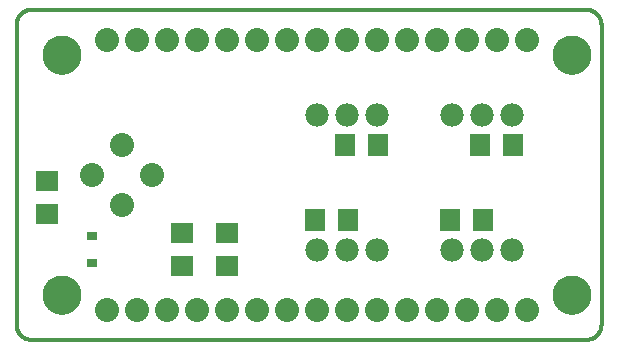
<source format=gts>
G75*
%MOIN*%
%OFA0B0*%
%FSLAX25Y25*%
%IPPOS*%
%LPD*%
%AMOC8*
5,1,8,0,0,1.08239X$1,22.5*
%
%ADD10C,0.01200*%
%ADD11R,0.03668X0.02880*%
%ADD12C,0.07800*%
%ADD13R,0.07487X0.06699*%
%ADD14R,0.06699X0.07487*%
%ADD15C,0.08000*%
%ADD16C,0.00000*%
%ADD17C,0.12998*%
D10*
X0032600Y0017600D02*
X0217600Y0017600D01*
X0217740Y0017602D01*
X0217880Y0017608D01*
X0218020Y0017618D01*
X0218160Y0017631D01*
X0218299Y0017649D01*
X0218438Y0017671D01*
X0218575Y0017696D01*
X0218713Y0017725D01*
X0218849Y0017758D01*
X0218984Y0017795D01*
X0219118Y0017836D01*
X0219251Y0017881D01*
X0219383Y0017929D01*
X0219513Y0017981D01*
X0219642Y0018036D01*
X0219769Y0018095D01*
X0219895Y0018158D01*
X0220019Y0018224D01*
X0220140Y0018293D01*
X0220260Y0018366D01*
X0220378Y0018443D01*
X0220493Y0018522D01*
X0220607Y0018605D01*
X0220717Y0018691D01*
X0220826Y0018780D01*
X0220932Y0018872D01*
X0221035Y0018967D01*
X0221136Y0019064D01*
X0221233Y0019165D01*
X0221328Y0019268D01*
X0221420Y0019374D01*
X0221509Y0019483D01*
X0221595Y0019593D01*
X0221678Y0019707D01*
X0221757Y0019822D01*
X0221834Y0019940D01*
X0221907Y0020060D01*
X0221976Y0020181D01*
X0222042Y0020305D01*
X0222105Y0020431D01*
X0222164Y0020558D01*
X0222219Y0020687D01*
X0222271Y0020817D01*
X0222319Y0020949D01*
X0222364Y0021082D01*
X0222405Y0021216D01*
X0222442Y0021351D01*
X0222475Y0021487D01*
X0222504Y0021625D01*
X0222529Y0021762D01*
X0222551Y0021901D01*
X0222569Y0022040D01*
X0222582Y0022180D01*
X0222592Y0022320D01*
X0222598Y0022460D01*
X0222600Y0022600D01*
X0222600Y0122600D01*
X0222598Y0122740D01*
X0222592Y0122880D01*
X0222582Y0123020D01*
X0222569Y0123160D01*
X0222551Y0123299D01*
X0222529Y0123438D01*
X0222504Y0123575D01*
X0222475Y0123713D01*
X0222442Y0123849D01*
X0222405Y0123984D01*
X0222364Y0124118D01*
X0222319Y0124251D01*
X0222271Y0124383D01*
X0222219Y0124513D01*
X0222164Y0124642D01*
X0222105Y0124769D01*
X0222042Y0124895D01*
X0221976Y0125019D01*
X0221907Y0125140D01*
X0221834Y0125260D01*
X0221757Y0125378D01*
X0221678Y0125493D01*
X0221595Y0125607D01*
X0221509Y0125717D01*
X0221420Y0125826D01*
X0221328Y0125932D01*
X0221233Y0126035D01*
X0221136Y0126136D01*
X0221035Y0126233D01*
X0220932Y0126328D01*
X0220826Y0126420D01*
X0220717Y0126509D01*
X0220607Y0126595D01*
X0220493Y0126678D01*
X0220378Y0126757D01*
X0220260Y0126834D01*
X0220140Y0126907D01*
X0220019Y0126976D01*
X0219895Y0127042D01*
X0219769Y0127105D01*
X0219642Y0127164D01*
X0219513Y0127219D01*
X0219383Y0127271D01*
X0219251Y0127319D01*
X0219118Y0127364D01*
X0218984Y0127405D01*
X0218849Y0127442D01*
X0218713Y0127475D01*
X0218575Y0127504D01*
X0218438Y0127529D01*
X0218299Y0127551D01*
X0218160Y0127569D01*
X0218020Y0127582D01*
X0217880Y0127592D01*
X0217740Y0127598D01*
X0217600Y0127600D01*
X0032600Y0127600D01*
X0032460Y0127598D01*
X0032320Y0127592D01*
X0032180Y0127582D01*
X0032040Y0127569D01*
X0031901Y0127551D01*
X0031762Y0127529D01*
X0031625Y0127504D01*
X0031487Y0127475D01*
X0031351Y0127442D01*
X0031216Y0127405D01*
X0031082Y0127364D01*
X0030949Y0127319D01*
X0030817Y0127271D01*
X0030687Y0127219D01*
X0030558Y0127164D01*
X0030431Y0127105D01*
X0030305Y0127042D01*
X0030181Y0126976D01*
X0030060Y0126907D01*
X0029940Y0126834D01*
X0029822Y0126757D01*
X0029707Y0126678D01*
X0029593Y0126595D01*
X0029483Y0126509D01*
X0029374Y0126420D01*
X0029268Y0126328D01*
X0029165Y0126233D01*
X0029064Y0126136D01*
X0028967Y0126035D01*
X0028872Y0125932D01*
X0028780Y0125826D01*
X0028691Y0125717D01*
X0028605Y0125607D01*
X0028522Y0125493D01*
X0028443Y0125378D01*
X0028366Y0125260D01*
X0028293Y0125140D01*
X0028224Y0125019D01*
X0028158Y0124895D01*
X0028095Y0124769D01*
X0028036Y0124642D01*
X0027981Y0124513D01*
X0027929Y0124383D01*
X0027881Y0124251D01*
X0027836Y0124118D01*
X0027795Y0123984D01*
X0027758Y0123849D01*
X0027725Y0123713D01*
X0027696Y0123575D01*
X0027671Y0123438D01*
X0027649Y0123299D01*
X0027631Y0123160D01*
X0027618Y0123020D01*
X0027608Y0122880D01*
X0027602Y0122740D01*
X0027600Y0122600D01*
X0027600Y0022600D01*
X0027602Y0022460D01*
X0027608Y0022320D01*
X0027618Y0022180D01*
X0027631Y0022040D01*
X0027649Y0021901D01*
X0027671Y0021762D01*
X0027696Y0021625D01*
X0027725Y0021487D01*
X0027758Y0021351D01*
X0027795Y0021216D01*
X0027836Y0021082D01*
X0027881Y0020949D01*
X0027929Y0020817D01*
X0027981Y0020687D01*
X0028036Y0020558D01*
X0028095Y0020431D01*
X0028158Y0020305D01*
X0028224Y0020181D01*
X0028293Y0020060D01*
X0028366Y0019940D01*
X0028443Y0019822D01*
X0028522Y0019707D01*
X0028605Y0019593D01*
X0028691Y0019483D01*
X0028780Y0019374D01*
X0028872Y0019268D01*
X0028967Y0019165D01*
X0029064Y0019064D01*
X0029165Y0018967D01*
X0029268Y0018872D01*
X0029374Y0018780D01*
X0029483Y0018691D01*
X0029593Y0018605D01*
X0029707Y0018522D01*
X0029822Y0018443D01*
X0029940Y0018366D01*
X0030060Y0018293D01*
X0030181Y0018224D01*
X0030305Y0018158D01*
X0030431Y0018095D01*
X0030558Y0018036D01*
X0030687Y0017981D01*
X0030817Y0017929D01*
X0030949Y0017881D01*
X0031082Y0017836D01*
X0031216Y0017795D01*
X0031351Y0017758D01*
X0031487Y0017725D01*
X0031625Y0017696D01*
X0031762Y0017671D01*
X0031901Y0017649D01*
X0032040Y0017631D01*
X0032180Y0017618D01*
X0032320Y0017608D01*
X0032460Y0017602D01*
X0032600Y0017600D01*
D11*
X0052600Y0043072D03*
X0052600Y0052128D03*
D12*
X0127600Y0047600D03*
X0137600Y0047600D03*
X0147600Y0047600D03*
X0172600Y0047600D03*
X0182600Y0047600D03*
X0192600Y0047600D03*
X0192600Y0092600D03*
X0182600Y0092600D03*
X0172600Y0092600D03*
X0147600Y0092600D03*
X0137600Y0092600D03*
X0127600Y0092600D03*
D13*
X0097600Y0053112D03*
X0082600Y0053112D03*
X0082600Y0042088D03*
X0097600Y0042088D03*
X0037600Y0059588D03*
X0037600Y0070612D03*
D14*
X0127088Y0057600D03*
X0138112Y0057600D03*
X0172088Y0057600D03*
X0183112Y0057600D03*
X0182088Y0082600D03*
X0193112Y0082600D03*
X0148112Y0082600D03*
X0137088Y0082600D03*
D15*
X0137600Y0117600D03*
X0127600Y0117600D03*
X0117600Y0117600D03*
X0107600Y0117600D03*
X0097600Y0117600D03*
X0087600Y0117600D03*
X0077600Y0117600D03*
X0067600Y0117600D03*
X0057600Y0117600D03*
X0062600Y0082600D03*
X0052600Y0072600D03*
X0062600Y0062600D03*
X0072600Y0072600D03*
X0067600Y0027600D03*
X0057600Y0027600D03*
X0077600Y0027600D03*
X0087600Y0027600D03*
X0097600Y0027600D03*
X0107600Y0027600D03*
X0117600Y0027600D03*
X0127600Y0027600D03*
X0137600Y0027600D03*
X0147600Y0027600D03*
X0157600Y0027600D03*
X0167600Y0027600D03*
X0177600Y0027600D03*
X0187600Y0027600D03*
X0197600Y0027600D03*
X0197600Y0117600D03*
X0187600Y0117600D03*
X0177600Y0117600D03*
X0167600Y0117600D03*
X0157600Y0117600D03*
X0147600Y0117600D03*
D16*
X0206301Y0112600D02*
X0206303Y0112758D01*
X0206309Y0112916D01*
X0206319Y0113074D01*
X0206333Y0113232D01*
X0206351Y0113389D01*
X0206372Y0113546D01*
X0206398Y0113702D01*
X0206428Y0113858D01*
X0206461Y0114013D01*
X0206499Y0114166D01*
X0206540Y0114319D01*
X0206585Y0114471D01*
X0206634Y0114622D01*
X0206687Y0114771D01*
X0206743Y0114919D01*
X0206803Y0115065D01*
X0206867Y0115210D01*
X0206935Y0115353D01*
X0207006Y0115495D01*
X0207080Y0115635D01*
X0207158Y0115772D01*
X0207240Y0115908D01*
X0207324Y0116042D01*
X0207413Y0116173D01*
X0207504Y0116302D01*
X0207599Y0116429D01*
X0207696Y0116554D01*
X0207797Y0116676D01*
X0207901Y0116795D01*
X0208008Y0116912D01*
X0208118Y0117026D01*
X0208231Y0117137D01*
X0208346Y0117246D01*
X0208464Y0117351D01*
X0208585Y0117453D01*
X0208708Y0117553D01*
X0208834Y0117649D01*
X0208962Y0117742D01*
X0209092Y0117832D01*
X0209225Y0117918D01*
X0209360Y0118002D01*
X0209496Y0118081D01*
X0209635Y0118158D01*
X0209776Y0118230D01*
X0209918Y0118300D01*
X0210062Y0118365D01*
X0210208Y0118427D01*
X0210355Y0118485D01*
X0210504Y0118540D01*
X0210654Y0118591D01*
X0210805Y0118638D01*
X0210957Y0118681D01*
X0211110Y0118720D01*
X0211265Y0118756D01*
X0211420Y0118787D01*
X0211576Y0118815D01*
X0211732Y0118839D01*
X0211889Y0118859D01*
X0212047Y0118875D01*
X0212204Y0118887D01*
X0212363Y0118895D01*
X0212521Y0118899D01*
X0212679Y0118899D01*
X0212837Y0118895D01*
X0212996Y0118887D01*
X0213153Y0118875D01*
X0213311Y0118859D01*
X0213468Y0118839D01*
X0213624Y0118815D01*
X0213780Y0118787D01*
X0213935Y0118756D01*
X0214090Y0118720D01*
X0214243Y0118681D01*
X0214395Y0118638D01*
X0214546Y0118591D01*
X0214696Y0118540D01*
X0214845Y0118485D01*
X0214992Y0118427D01*
X0215138Y0118365D01*
X0215282Y0118300D01*
X0215424Y0118230D01*
X0215565Y0118158D01*
X0215704Y0118081D01*
X0215840Y0118002D01*
X0215975Y0117918D01*
X0216108Y0117832D01*
X0216238Y0117742D01*
X0216366Y0117649D01*
X0216492Y0117553D01*
X0216615Y0117453D01*
X0216736Y0117351D01*
X0216854Y0117246D01*
X0216969Y0117137D01*
X0217082Y0117026D01*
X0217192Y0116912D01*
X0217299Y0116795D01*
X0217403Y0116676D01*
X0217504Y0116554D01*
X0217601Y0116429D01*
X0217696Y0116302D01*
X0217787Y0116173D01*
X0217876Y0116042D01*
X0217960Y0115908D01*
X0218042Y0115772D01*
X0218120Y0115635D01*
X0218194Y0115495D01*
X0218265Y0115353D01*
X0218333Y0115210D01*
X0218397Y0115065D01*
X0218457Y0114919D01*
X0218513Y0114771D01*
X0218566Y0114622D01*
X0218615Y0114471D01*
X0218660Y0114319D01*
X0218701Y0114166D01*
X0218739Y0114013D01*
X0218772Y0113858D01*
X0218802Y0113702D01*
X0218828Y0113546D01*
X0218849Y0113389D01*
X0218867Y0113232D01*
X0218881Y0113074D01*
X0218891Y0112916D01*
X0218897Y0112758D01*
X0218899Y0112600D01*
X0218897Y0112442D01*
X0218891Y0112284D01*
X0218881Y0112126D01*
X0218867Y0111968D01*
X0218849Y0111811D01*
X0218828Y0111654D01*
X0218802Y0111498D01*
X0218772Y0111342D01*
X0218739Y0111187D01*
X0218701Y0111034D01*
X0218660Y0110881D01*
X0218615Y0110729D01*
X0218566Y0110578D01*
X0218513Y0110429D01*
X0218457Y0110281D01*
X0218397Y0110135D01*
X0218333Y0109990D01*
X0218265Y0109847D01*
X0218194Y0109705D01*
X0218120Y0109565D01*
X0218042Y0109428D01*
X0217960Y0109292D01*
X0217876Y0109158D01*
X0217787Y0109027D01*
X0217696Y0108898D01*
X0217601Y0108771D01*
X0217504Y0108646D01*
X0217403Y0108524D01*
X0217299Y0108405D01*
X0217192Y0108288D01*
X0217082Y0108174D01*
X0216969Y0108063D01*
X0216854Y0107954D01*
X0216736Y0107849D01*
X0216615Y0107747D01*
X0216492Y0107647D01*
X0216366Y0107551D01*
X0216238Y0107458D01*
X0216108Y0107368D01*
X0215975Y0107282D01*
X0215840Y0107198D01*
X0215704Y0107119D01*
X0215565Y0107042D01*
X0215424Y0106970D01*
X0215282Y0106900D01*
X0215138Y0106835D01*
X0214992Y0106773D01*
X0214845Y0106715D01*
X0214696Y0106660D01*
X0214546Y0106609D01*
X0214395Y0106562D01*
X0214243Y0106519D01*
X0214090Y0106480D01*
X0213935Y0106444D01*
X0213780Y0106413D01*
X0213624Y0106385D01*
X0213468Y0106361D01*
X0213311Y0106341D01*
X0213153Y0106325D01*
X0212996Y0106313D01*
X0212837Y0106305D01*
X0212679Y0106301D01*
X0212521Y0106301D01*
X0212363Y0106305D01*
X0212204Y0106313D01*
X0212047Y0106325D01*
X0211889Y0106341D01*
X0211732Y0106361D01*
X0211576Y0106385D01*
X0211420Y0106413D01*
X0211265Y0106444D01*
X0211110Y0106480D01*
X0210957Y0106519D01*
X0210805Y0106562D01*
X0210654Y0106609D01*
X0210504Y0106660D01*
X0210355Y0106715D01*
X0210208Y0106773D01*
X0210062Y0106835D01*
X0209918Y0106900D01*
X0209776Y0106970D01*
X0209635Y0107042D01*
X0209496Y0107119D01*
X0209360Y0107198D01*
X0209225Y0107282D01*
X0209092Y0107368D01*
X0208962Y0107458D01*
X0208834Y0107551D01*
X0208708Y0107647D01*
X0208585Y0107747D01*
X0208464Y0107849D01*
X0208346Y0107954D01*
X0208231Y0108063D01*
X0208118Y0108174D01*
X0208008Y0108288D01*
X0207901Y0108405D01*
X0207797Y0108524D01*
X0207696Y0108646D01*
X0207599Y0108771D01*
X0207504Y0108898D01*
X0207413Y0109027D01*
X0207324Y0109158D01*
X0207240Y0109292D01*
X0207158Y0109428D01*
X0207080Y0109565D01*
X0207006Y0109705D01*
X0206935Y0109847D01*
X0206867Y0109990D01*
X0206803Y0110135D01*
X0206743Y0110281D01*
X0206687Y0110429D01*
X0206634Y0110578D01*
X0206585Y0110729D01*
X0206540Y0110881D01*
X0206499Y0111034D01*
X0206461Y0111187D01*
X0206428Y0111342D01*
X0206398Y0111498D01*
X0206372Y0111654D01*
X0206351Y0111811D01*
X0206333Y0111968D01*
X0206319Y0112126D01*
X0206309Y0112284D01*
X0206303Y0112442D01*
X0206301Y0112600D01*
X0206301Y0032600D02*
X0206303Y0032758D01*
X0206309Y0032916D01*
X0206319Y0033074D01*
X0206333Y0033232D01*
X0206351Y0033389D01*
X0206372Y0033546D01*
X0206398Y0033702D01*
X0206428Y0033858D01*
X0206461Y0034013D01*
X0206499Y0034166D01*
X0206540Y0034319D01*
X0206585Y0034471D01*
X0206634Y0034622D01*
X0206687Y0034771D01*
X0206743Y0034919D01*
X0206803Y0035065D01*
X0206867Y0035210D01*
X0206935Y0035353D01*
X0207006Y0035495D01*
X0207080Y0035635D01*
X0207158Y0035772D01*
X0207240Y0035908D01*
X0207324Y0036042D01*
X0207413Y0036173D01*
X0207504Y0036302D01*
X0207599Y0036429D01*
X0207696Y0036554D01*
X0207797Y0036676D01*
X0207901Y0036795D01*
X0208008Y0036912D01*
X0208118Y0037026D01*
X0208231Y0037137D01*
X0208346Y0037246D01*
X0208464Y0037351D01*
X0208585Y0037453D01*
X0208708Y0037553D01*
X0208834Y0037649D01*
X0208962Y0037742D01*
X0209092Y0037832D01*
X0209225Y0037918D01*
X0209360Y0038002D01*
X0209496Y0038081D01*
X0209635Y0038158D01*
X0209776Y0038230D01*
X0209918Y0038300D01*
X0210062Y0038365D01*
X0210208Y0038427D01*
X0210355Y0038485D01*
X0210504Y0038540D01*
X0210654Y0038591D01*
X0210805Y0038638D01*
X0210957Y0038681D01*
X0211110Y0038720D01*
X0211265Y0038756D01*
X0211420Y0038787D01*
X0211576Y0038815D01*
X0211732Y0038839D01*
X0211889Y0038859D01*
X0212047Y0038875D01*
X0212204Y0038887D01*
X0212363Y0038895D01*
X0212521Y0038899D01*
X0212679Y0038899D01*
X0212837Y0038895D01*
X0212996Y0038887D01*
X0213153Y0038875D01*
X0213311Y0038859D01*
X0213468Y0038839D01*
X0213624Y0038815D01*
X0213780Y0038787D01*
X0213935Y0038756D01*
X0214090Y0038720D01*
X0214243Y0038681D01*
X0214395Y0038638D01*
X0214546Y0038591D01*
X0214696Y0038540D01*
X0214845Y0038485D01*
X0214992Y0038427D01*
X0215138Y0038365D01*
X0215282Y0038300D01*
X0215424Y0038230D01*
X0215565Y0038158D01*
X0215704Y0038081D01*
X0215840Y0038002D01*
X0215975Y0037918D01*
X0216108Y0037832D01*
X0216238Y0037742D01*
X0216366Y0037649D01*
X0216492Y0037553D01*
X0216615Y0037453D01*
X0216736Y0037351D01*
X0216854Y0037246D01*
X0216969Y0037137D01*
X0217082Y0037026D01*
X0217192Y0036912D01*
X0217299Y0036795D01*
X0217403Y0036676D01*
X0217504Y0036554D01*
X0217601Y0036429D01*
X0217696Y0036302D01*
X0217787Y0036173D01*
X0217876Y0036042D01*
X0217960Y0035908D01*
X0218042Y0035772D01*
X0218120Y0035635D01*
X0218194Y0035495D01*
X0218265Y0035353D01*
X0218333Y0035210D01*
X0218397Y0035065D01*
X0218457Y0034919D01*
X0218513Y0034771D01*
X0218566Y0034622D01*
X0218615Y0034471D01*
X0218660Y0034319D01*
X0218701Y0034166D01*
X0218739Y0034013D01*
X0218772Y0033858D01*
X0218802Y0033702D01*
X0218828Y0033546D01*
X0218849Y0033389D01*
X0218867Y0033232D01*
X0218881Y0033074D01*
X0218891Y0032916D01*
X0218897Y0032758D01*
X0218899Y0032600D01*
X0218897Y0032442D01*
X0218891Y0032284D01*
X0218881Y0032126D01*
X0218867Y0031968D01*
X0218849Y0031811D01*
X0218828Y0031654D01*
X0218802Y0031498D01*
X0218772Y0031342D01*
X0218739Y0031187D01*
X0218701Y0031034D01*
X0218660Y0030881D01*
X0218615Y0030729D01*
X0218566Y0030578D01*
X0218513Y0030429D01*
X0218457Y0030281D01*
X0218397Y0030135D01*
X0218333Y0029990D01*
X0218265Y0029847D01*
X0218194Y0029705D01*
X0218120Y0029565D01*
X0218042Y0029428D01*
X0217960Y0029292D01*
X0217876Y0029158D01*
X0217787Y0029027D01*
X0217696Y0028898D01*
X0217601Y0028771D01*
X0217504Y0028646D01*
X0217403Y0028524D01*
X0217299Y0028405D01*
X0217192Y0028288D01*
X0217082Y0028174D01*
X0216969Y0028063D01*
X0216854Y0027954D01*
X0216736Y0027849D01*
X0216615Y0027747D01*
X0216492Y0027647D01*
X0216366Y0027551D01*
X0216238Y0027458D01*
X0216108Y0027368D01*
X0215975Y0027282D01*
X0215840Y0027198D01*
X0215704Y0027119D01*
X0215565Y0027042D01*
X0215424Y0026970D01*
X0215282Y0026900D01*
X0215138Y0026835D01*
X0214992Y0026773D01*
X0214845Y0026715D01*
X0214696Y0026660D01*
X0214546Y0026609D01*
X0214395Y0026562D01*
X0214243Y0026519D01*
X0214090Y0026480D01*
X0213935Y0026444D01*
X0213780Y0026413D01*
X0213624Y0026385D01*
X0213468Y0026361D01*
X0213311Y0026341D01*
X0213153Y0026325D01*
X0212996Y0026313D01*
X0212837Y0026305D01*
X0212679Y0026301D01*
X0212521Y0026301D01*
X0212363Y0026305D01*
X0212204Y0026313D01*
X0212047Y0026325D01*
X0211889Y0026341D01*
X0211732Y0026361D01*
X0211576Y0026385D01*
X0211420Y0026413D01*
X0211265Y0026444D01*
X0211110Y0026480D01*
X0210957Y0026519D01*
X0210805Y0026562D01*
X0210654Y0026609D01*
X0210504Y0026660D01*
X0210355Y0026715D01*
X0210208Y0026773D01*
X0210062Y0026835D01*
X0209918Y0026900D01*
X0209776Y0026970D01*
X0209635Y0027042D01*
X0209496Y0027119D01*
X0209360Y0027198D01*
X0209225Y0027282D01*
X0209092Y0027368D01*
X0208962Y0027458D01*
X0208834Y0027551D01*
X0208708Y0027647D01*
X0208585Y0027747D01*
X0208464Y0027849D01*
X0208346Y0027954D01*
X0208231Y0028063D01*
X0208118Y0028174D01*
X0208008Y0028288D01*
X0207901Y0028405D01*
X0207797Y0028524D01*
X0207696Y0028646D01*
X0207599Y0028771D01*
X0207504Y0028898D01*
X0207413Y0029027D01*
X0207324Y0029158D01*
X0207240Y0029292D01*
X0207158Y0029428D01*
X0207080Y0029565D01*
X0207006Y0029705D01*
X0206935Y0029847D01*
X0206867Y0029990D01*
X0206803Y0030135D01*
X0206743Y0030281D01*
X0206687Y0030429D01*
X0206634Y0030578D01*
X0206585Y0030729D01*
X0206540Y0030881D01*
X0206499Y0031034D01*
X0206461Y0031187D01*
X0206428Y0031342D01*
X0206398Y0031498D01*
X0206372Y0031654D01*
X0206351Y0031811D01*
X0206333Y0031968D01*
X0206319Y0032126D01*
X0206309Y0032284D01*
X0206303Y0032442D01*
X0206301Y0032600D01*
X0036301Y0032600D02*
X0036303Y0032758D01*
X0036309Y0032916D01*
X0036319Y0033074D01*
X0036333Y0033232D01*
X0036351Y0033389D01*
X0036372Y0033546D01*
X0036398Y0033702D01*
X0036428Y0033858D01*
X0036461Y0034013D01*
X0036499Y0034166D01*
X0036540Y0034319D01*
X0036585Y0034471D01*
X0036634Y0034622D01*
X0036687Y0034771D01*
X0036743Y0034919D01*
X0036803Y0035065D01*
X0036867Y0035210D01*
X0036935Y0035353D01*
X0037006Y0035495D01*
X0037080Y0035635D01*
X0037158Y0035772D01*
X0037240Y0035908D01*
X0037324Y0036042D01*
X0037413Y0036173D01*
X0037504Y0036302D01*
X0037599Y0036429D01*
X0037696Y0036554D01*
X0037797Y0036676D01*
X0037901Y0036795D01*
X0038008Y0036912D01*
X0038118Y0037026D01*
X0038231Y0037137D01*
X0038346Y0037246D01*
X0038464Y0037351D01*
X0038585Y0037453D01*
X0038708Y0037553D01*
X0038834Y0037649D01*
X0038962Y0037742D01*
X0039092Y0037832D01*
X0039225Y0037918D01*
X0039360Y0038002D01*
X0039496Y0038081D01*
X0039635Y0038158D01*
X0039776Y0038230D01*
X0039918Y0038300D01*
X0040062Y0038365D01*
X0040208Y0038427D01*
X0040355Y0038485D01*
X0040504Y0038540D01*
X0040654Y0038591D01*
X0040805Y0038638D01*
X0040957Y0038681D01*
X0041110Y0038720D01*
X0041265Y0038756D01*
X0041420Y0038787D01*
X0041576Y0038815D01*
X0041732Y0038839D01*
X0041889Y0038859D01*
X0042047Y0038875D01*
X0042204Y0038887D01*
X0042363Y0038895D01*
X0042521Y0038899D01*
X0042679Y0038899D01*
X0042837Y0038895D01*
X0042996Y0038887D01*
X0043153Y0038875D01*
X0043311Y0038859D01*
X0043468Y0038839D01*
X0043624Y0038815D01*
X0043780Y0038787D01*
X0043935Y0038756D01*
X0044090Y0038720D01*
X0044243Y0038681D01*
X0044395Y0038638D01*
X0044546Y0038591D01*
X0044696Y0038540D01*
X0044845Y0038485D01*
X0044992Y0038427D01*
X0045138Y0038365D01*
X0045282Y0038300D01*
X0045424Y0038230D01*
X0045565Y0038158D01*
X0045704Y0038081D01*
X0045840Y0038002D01*
X0045975Y0037918D01*
X0046108Y0037832D01*
X0046238Y0037742D01*
X0046366Y0037649D01*
X0046492Y0037553D01*
X0046615Y0037453D01*
X0046736Y0037351D01*
X0046854Y0037246D01*
X0046969Y0037137D01*
X0047082Y0037026D01*
X0047192Y0036912D01*
X0047299Y0036795D01*
X0047403Y0036676D01*
X0047504Y0036554D01*
X0047601Y0036429D01*
X0047696Y0036302D01*
X0047787Y0036173D01*
X0047876Y0036042D01*
X0047960Y0035908D01*
X0048042Y0035772D01*
X0048120Y0035635D01*
X0048194Y0035495D01*
X0048265Y0035353D01*
X0048333Y0035210D01*
X0048397Y0035065D01*
X0048457Y0034919D01*
X0048513Y0034771D01*
X0048566Y0034622D01*
X0048615Y0034471D01*
X0048660Y0034319D01*
X0048701Y0034166D01*
X0048739Y0034013D01*
X0048772Y0033858D01*
X0048802Y0033702D01*
X0048828Y0033546D01*
X0048849Y0033389D01*
X0048867Y0033232D01*
X0048881Y0033074D01*
X0048891Y0032916D01*
X0048897Y0032758D01*
X0048899Y0032600D01*
X0048897Y0032442D01*
X0048891Y0032284D01*
X0048881Y0032126D01*
X0048867Y0031968D01*
X0048849Y0031811D01*
X0048828Y0031654D01*
X0048802Y0031498D01*
X0048772Y0031342D01*
X0048739Y0031187D01*
X0048701Y0031034D01*
X0048660Y0030881D01*
X0048615Y0030729D01*
X0048566Y0030578D01*
X0048513Y0030429D01*
X0048457Y0030281D01*
X0048397Y0030135D01*
X0048333Y0029990D01*
X0048265Y0029847D01*
X0048194Y0029705D01*
X0048120Y0029565D01*
X0048042Y0029428D01*
X0047960Y0029292D01*
X0047876Y0029158D01*
X0047787Y0029027D01*
X0047696Y0028898D01*
X0047601Y0028771D01*
X0047504Y0028646D01*
X0047403Y0028524D01*
X0047299Y0028405D01*
X0047192Y0028288D01*
X0047082Y0028174D01*
X0046969Y0028063D01*
X0046854Y0027954D01*
X0046736Y0027849D01*
X0046615Y0027747D01*
X0046492Y0027647D01*
X0046366Y0027551D01*
X0046238Y0027458D01*
X0046108Y0027368D01*
X0045975Y0027282D01*
X0045840Y0027198D01*
X0045704Y0027119D01*
X0045565Y0027042D01*
X0045424Y0026970D01*
X0045282Y0026900D01*
X0045138Y0026835D01*
X0044992Y0026773D01*
X0044845Y0026715D01*
X0044696Y0026660D01*
X0044546Y0026609D01*
X0044395Y0026562D01*
X0044243Y0026519D01*
X0044090Y0026480D01*
X0043935Y0026444D01*
X0043780Y0026413D01*
X0043624Y0026385D01*
X0043468Y0026361D01*
X0043311Y0026341D01*
X0043153Y0026325D01*
X0042996Y0026313D01*
X0042837Y0026305D01*
X0042679Y0026301D01*
X0042521Y0026301D01*
X0042363Y0026305D01*
X0042204Y0026313D01*
X0042047Y0026325D01*
X0041889Y0026341D01*
X0041732Y0026361D01*
X0041576Y0026385D01*
X0041420Y0026413D01*
X0041265Y0026444D01*
X0041110Y0026480D01*
X0040957Y0026519D01*
X0040805Y0026562D01*
X0040654Y0026609D01*
X0040504Y0026660D01*
X0040355Y0026715D01*
X0040208Y0026773D01*
X0040062Y0026835D01*
X0039918Y0026900D01*
X0039776Y0026970D01*
X0039635Y0027042D01*
X0039496Y0027119D01*
X0039360Y0027198D01*
X0039225Y0027282D01*
X0039092Y0027368D01*
X0038962Y0027458D01*
X0038834Y0027551D01*
X0038708Y0027647D01*
X0038585Y0027747D01*
X0038464Y0027849D01*
X0038346Y0027954D01*
X0038231Y0028063D01*
X0038118Y0028174D01*
X0038008Y0028288D01*
X0037901Y0028405D01*
X0037797Y0028524D01*
X0037696Y0028646D01*
X0037599Y0028771D01*
X0037504Y0028898D01*
X0037413Y0029027D01*
X0037324Y0029158D01*
X0037240Y0029292D01*
X0037158Y0029428D01*
X0037080Y0029565D01*
X0037006Y0029705D01*
X0036935Y0029847D01*
X0036867Y0029990D01*
X0036803Y0030135D01*
X0036743Y0030281D01*
X0036687Y0030429D01*
X0036634Y0030578D01*
X0036585Y0030729D01*
X0036540Y0030881D01*
X0036499Y0031034D01*
X0036461Y0031187D01*
X0036428Y0031342D01*
X0036398Y0031498D01*
X0036372Y0031654D01*
X0036351Y0031811D01*
X0036333Y0031968D01*
X0036319Y0032126D01*
X0036309Y0032284D01*
X0036303Y0032442D01*
X0036301Y0032600D01*
X0036301Y0112600D02*
X0036303Y0112758D01*
X0036309Y0112916D01*
X0036319Y0113074D01*
X0036333Y0113232D01*
X0036351Y0113389D01*
X0036372Y0113546D01*
X0036398Y0113702D01*
X0036428Y0113858D01*
X0036461Y0114013D01*
X0036499Y0114166D01*
X0036540Y0114319D01*
X0036585Y0114471D01*
X0036634Y0114622D01*
X0036687Y0114771D01*
X0036743Y0114919D01*
X0036803Y0115065D01*
X0036867Y0115210D01*
X0036935Y0115353D01*
X0037006Y0115495D01*
X0037080Y0115635D01*
X0037158Y0115772D01*
X0037240Y0115908D01*
X0037324Y0116042D01*
X0037413Y0116173D01*
X0037504Y0116302D01*
X0037599Y0116429D01*
X0037696Y0116554D01*
X0037797Y0116676D01*
X0037901Y0116795D01*
X0038008Y0116912D01*
X0038118Y0117026D01*
X0038231Y0117137D01*
X0038346Y0117246D01*
X0038464Y0117351D01*
X0038585Y0117453D01*
X0038708Y0117553D01*
X0038834Y0117649D01*
X0038962Y0117742D01*
X0039092Y0117832D01*
X0039225Y0117918D01*
X0039360Y0118002D01*
X0039496Y0118081D01*
X0039635Y0118158D01*
X0039776Y0118230D01*
X0039918Y0118300D01*
X0040062Y0118365D01*
X0040208Y0118427D01*
X0040355Y0118485D01*
X0040504Y0118540D01*
X0040654Y0118591D01*
X0040805Y0118638D01*
X0040957Y0118681D01*
X0041110Y0118720D01*
X0041265Y0118756D01*
X0041420Y0118787D01*
X0041576Y0118815D01*
X0041732Y0118839D01*
X0041889Y0118859D01*
X0042047Y0118875D01*
X0042204Y0118887D01*
X0042363Y0118895D01*
X0042521Y0118899D01*
X0042679Y0118899D01*
X0042837Y0118895D01*
X0042996Y0118887D01*
X0043153Y0118875D01*
X0043311Y0118859D01*
X0043468Y0118839D01*
X0043624Y0118815D01*
X0043780Y0118787D01*
X0043935Y0118756D01*
X0044090Y0118720D01*
X0044243Y0118681D01*
X0044395Y0118638D01*
X0044546Y0118591D01*
X0044696Y0118540D01*
X0044845Y0118485D01*
X0044992Y0118427D01*
X0045138Y0118365D01*
X0045282Y0118300D01*
X0045424Y0118230D01*
X0045565Y0118158D01*
X0045704Y0118081D01*
X0045840Y0118002D01*
X0045975Y0117918D01*
X0046108Y0117832D01*
X0046238Y0117742D01*
X0046366Y0117649D01*
X0046492Y0117553D01*
X0046615Y0117453D01*
X0046736Y0117351D01*
X0046854Y0117246D01*
X0046969Y0117137D01*
X0047082Y0117026D01*
X0047192Y0116912D01*
X0047299Y0116795D01*
X0047403Y0116676D01*
X0047504Y0116554D01*
X0047601Y0116429D01*
X0047696Y0116302D01*
X0047787Y0116173D01*
X0047876Y0116042D01*
X0047960Y0115908D01*
X0048042Y0115772D01*
X0048120Y0115635D01*
X0048194Y0115495D01*
X0048265Y0115353D01*
X0048333Y0115210D01*
X0048397Y0115065D01*
X0048457Y0114919D01*
X0048513Y0114771D01*
X0048566Y0114622D01*
X0048615Y0114471D01*
X0048660Y0114319D01*
X0048701Y0114166D01*
X0048739Y0114013D01*
X0048772Y0113858D01*
X0048802Y0113702D01*
X0048828Y0113546D01*
X0048849Y0113389D01*
X0048867Y0113232D01*
X0048881Y0113074D01*
X0048891Y0112916D01*
X0048897Y0112758D01*
X0048899Y0112600D01*
X0048897Y0112442D01*
X0048891Y0112284D01*
X0048881Y0112126D01*
X0048867Y0111968D01*
X0048849Y0111811D01*
X0048828Y0111654D01*
X0048802Y0111498D01*
X0048772Y0111342D01*
X0048739Y0111187D01*
X0048701Y0111034D01*
X0048660Y0110881D01*
X0048615Y0110729D01*
X0048566Y0110578D01*
X0048513Y0110429D01*
X0048457Y0110281D01*
X0048397Y0110135D01*
X0048333Y0109990D01*
X0048265Y0109847D01*
X0048194Y0109705D01*
X0048120Y0109565D01*
X0048042Y0109428D01*
X0047960Y0109292D01*
X0047876Y0109158D01*
X0047787Y0109027D01*
X0047696Y0108898D01*
X0047601Y0108771D01*
X0047504Y0108646D01*
X0047403Y0108524D01*
X0047299Y0108405D01*
X0047192Y0108288D01*
X0047082Y0108174D01*
X0046969Y0108063D01*
X0046854Y0107954D01*
X0046736Y0107849D01*
X0046615Y0107747D01*
X0046492Y0107647D01*
X0046366Y0107551D01*
X0046238Y0107458D01*
X0046108Y0107368D01*
X0045975Y0107282D01*
X0045840Y0107198D01*
X0045704Y0107119D01*
X0045565Y0107042D01*
X0045424Y0106970D01*
X0045282Y0106900D01*
X0045138Y0106835D01*
X0044992Y0106773D01*
X0044845Y0106715D01*
X0044696Y0106660D01*
X0044546Y0106609D01*
X0044395Y0106562D01*
X0044243Y0106519D01*
X0044090Y0106480D01*
X0043935Y0106444D01*
X0043780Y0106413D01*
X0043624Y0106385D01*
X0043468Y0106361D01*
X0043311Y0106341D01*
X0043153Y0106325D01*
X0042996Y0106313D01*
X0042837Y0106305D01*
X0042679Y0106301D01*
X0042521Y0106301D01*
X0042363Y0106305D01*
X0042204Y0106313D01*
X0042047Y0106325D01*
X0041889Y0106341D01*
X0041732Y0106361D01*
X0041576Y0106385D01*
X0041420Y0106413D01*
X0041265Y0106444D01*
X0041110Y0106480D01*
X0040957Y0106519D01*
X0040805Y0106562D01*
X0040654Y0106609D01*
X0040504Y0106660D01*
X0040355Y0106715D01*
X0040208Y0106773D01*
X0040062Y0106835D01*
X0039918Y0106900D01*
X0039776Y0106970D01*
X0039635Y0107042D01*
X0039496Y0107119D01*
X0039360Y0107198D01*
X0039225Y0107282D01*
X0039092Y0107368D01*
X0038962Y0107458D01*
X0038834Y0107551D01*
X0038708Y0107647D01*
X0038585Y0107747D01*
X0038464Y0107849D01*
X0038346Y0107954D01*
X0038231Y0108063D01*
X0038118Y0108174D01*
X0038008Y0108288D01*
X0037901Y0108405D01*
X0037797Y0108524D01*
X0037696Y0108646D01*
X0037599Y0108771D01*
X0037504Y0108898D01*
X0037413Y0109027D01*
X0037324Y0109158D01*
X0037240Y0109292D01*
X0037158Y0109428D01*
X0037080Y0109565D01*
X0037006Y0109705D01*
X0036935Y0109847D01*
X0036867Y0109990D01*
X0036803Y0110135D01*
X0036743Y0110281D01*
X0036687Y0110429D01*
X0036634Y0110578D01*
X0036585Y0110729D01*
X0036540Y0110881D01*
X0036499Y0111034D01*
X0036461Y0111187D01*
X0036428Y0111342D01*
X0036398Y0111498D01*
X0036372Y0111654D01*
X0036351Y0111811D01*
X0036333Y0111968D01*
X0036319Y0112126D01*
X0036309Y0112284D01*
X0036303Y0112442D01*
X0036301Y0112600D01*
D17*
X0042600Y0112600D03*
X0042600Y0032600D03*
X0212600Y0032600D03*
X0212600Y0112600D03*
M02*

</source>
